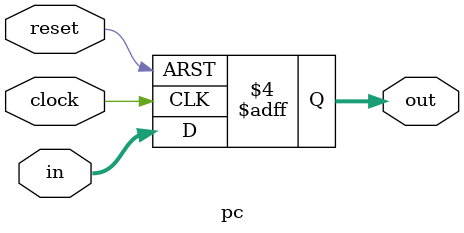
<source format=v>
`timescale 1ns / 1ps

module pc(in,reset,clock,out);
	input [31:0] in;
	input	clock,reset;
	output reg[31:0] out;
	
	initial begin
		out = 32'b0;
	end
	
	always @(posedge clock or posedge reset) begin
	if (reset==1'b1)
		out <= 32'b0;
	else out <= in;
	end
endmodule

</source>
